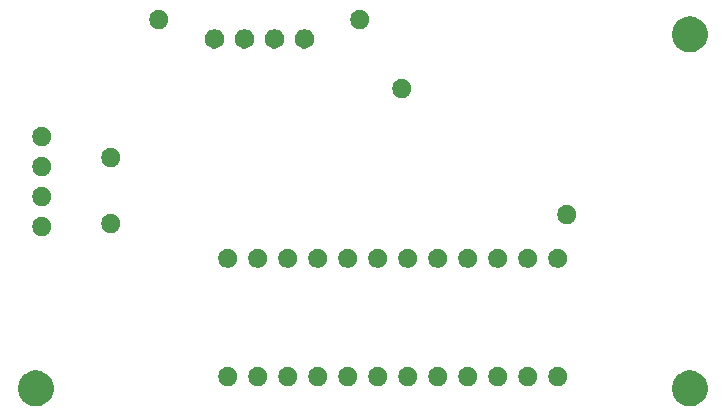
<source format=gbr>
G04 #@! TF.GenerationSoftware,KiCad,Pcbnew,(5.1.4)-1*
G04 #@! TF.CreationDate,2019-10-15T19:11:32-05:00*
G04 #@! TF.ProjectId,CCDBoard_Hardware,43434442-6f61-4726-945f-486172647761,rev?*
G04 #@! TF.SameCoordinates,Original*
G04 #@! TF.FileFunction,Soldermask,Bot*
G04 #@! TF.FilePolarity,Negative*
%FSLAX46Y46*%
G04 Gerber Fmt 4.6, Leading zero omitted, Abs format (unit mm)*
G04 Created by KiCad (PCBNEW (5.1.4)-1) date 2019-10-15 19:11:32*
%MOMM*%
%LPD*%
G04 APERTURE LIST*
%ADD10C,0.100000*%
G04 APERTURE END LIST*
D10*
G36*
X161333357Y-108741087D02*
G01*
X161480593Y-108770374D01*
X161757979Y-108885271D01*
X161904026Y-108982857D01*
X162007620Y-109052076D01*
X162219924Y-109264380D01*
X162275273Y-109347216D01*
X162386729Y-109514021D01*
X162501626Y-109791407D01*
X162560200Y-110085879D01*
X162560200Y-110386121D01*
X162501626Y-110680593D01*
X162386729Y-110957979D01*
X162219923Y-111207621D01*
X162007621Y-111419923D01*
X161757979Y-111586729D01*
X161480593Y-111701626D01*
X161333357Y-111730913D01*
X161186122Y-111760200D01*
X160885878Y-111760200D01*
X160738643Y-111730913D01*
X160591407Y-111701626D01*
X160314021Y-111586729D01*
X160064379Y-111419923D01*
X159852077Y-111207621D01*
X159685271Y-110957979D01*
X159570374Y-110680593D01*
X159511800Y-110386121D01*
X159511800Y-110085879D01*
X159570374Y-109791407D01*
X159685271Y-109514021D01*
X159796727Y-109347216D01*
X159852076Y-109264380D01*
X160064380Y-109052076D01*
X160167974Y-108982857D01*
X160314021Y-108885271D01*
X160591407Y-108770374D01*
X160738643Y-108741087D01*
X160885878Y-108711800D01*
X161186122Y-108711800D01*
X161333357Y-108741087D01*
X161333357Y-108741087D01*
G37*
G36*
X105961357Y-108741087D02*
G01*
X106108593Y-108770374D01*
X106385979Y-108885271D01*
X106532026Y-108982857D01*
X106635620Y-109052076D01*
X106847924Y-109264380D01*
X106903273Y-109347216D01*
X107014729Y-109514021D01*
X107129626Y-109791407D01*
X107188200Y-110085879D01*
X107188200Y-110386121D01*
X107129626Y-110680593D01*
X107014729Y-110957979D01*
X106847923Y-111207621D01*
X106635621Y-111419923D01*
X106385979Y-111586729D01*
X106108593Y-111701626D01*
X105961357Y-111730913D01*
X105814122Y-111760200D01*
X105513878Y-111760200D01*
X105366643Y-111730913D01*
X105219407Y-111701626D01*
X104942021Y-111586729D01*
X104692379Y-111419923D01*
X104480077Y-111207621D01*
X104313271Y-110957979D01*
X104198374Y-110680593D01*
X104139800Y-110386121D01*
X104139800Y-110085879D01*
X104198374Y-109791407D01*
X104313271Y-109514021D01*
X104424727Y-109347216D01*
X104480076Y-109264380D01*
X104692380Y-109052076D01*
X104795974Y-108982857D01*
X104942021Y-108885271D01*
X105219407Y-108770374D01*
X105366643Y-108741087D01*
X105513878Y-108711800D01*
X105814122Y-108711800D01*
X105961357Y-108741087D01*
X105961357Y-108741087D01*
G37*
G36*
X139937142Y-108438242D02*
G01*
X140085101Y-108499529D01*
X140218255Y-108588499D01*
X140331501Y-108701745D01*
X140420471Y-108834899D01*
X140481758Y-108982858D01*
X140513000Y-109139925D01*
X140513000Y-109300075D01*
X140481758Y-109457142D01*
X140420471Y-109605101D01*
X140331501Y-109738255D01*
X140218255Y-109851501D01*
X140085101Y-109940471D01*
X139937142Y-110001758D01*
X139780075Y-110033000D01*
X139619925Y-110033000D01*
X139462858Y-110001758D01*
X139314899Y-109940471D01*
X139181745Y-109851501D01*
X139068499Y-109738255D01*
X138979529Y-109605101D01*
X138918242Y-109457142D01*
X138887000Y-109300075D01*
X138887000Y-109139925D01*
X138918242Y-108982858D01*
X138979529Y-108834899D01*
X139068499Y-108701745D01*
X139181745Y-108588499D01*
X139314899Y-108499529D01*
X139462858Y-108438242D01*
X139619925Y-108407000D01*
X139780075Y-108407000D01*
X139937142Y-108438242D01*
X139937142Y-108438242D01*
G37*
G36*
X137397142Y-108438242D02*
G01*
X137545101Y-108499529D01*
X137678255Y-108588499D01*
X137791501Y-108701745D01*
X137880471Y-108834899D01*
X137941758Y-108982858D01*
X137973000Y-109139925D01*
X137973000Y-109300075D01*
X137941758Y-109457142D01*
X137880471Y-109605101D01*
X137791501Y-109738255D01*
X137678255Y-109851501D01*
X137545101Y-109940471D01*
X137397142Y-110001758D01*
X137240075Y-110033000D01*
X137079925Y-110033000D01*
X136922858Y-110001758D01*
X136774899Y-109940471D01*
X136641745Y-109851501D01*
X136528499Y-109738255D01*
X136439529Y-109605101D01*
X136378242Y-109457142D01*
X136347000Y-109300075D01*
X136347000Y-109139925D01*
X136378242Y-108982858D01*
X136439529Y-108834899D01*
X136528499Y-108701745D01*
X136641745Y-108588499D01*
X136774899Y-108499529D01*
X136922858Y-108438242D01*
X137079925Y-108407000D01*
X137240075Y-108407000D01*
X137397142Y-108438242D01*
X137397142Y-108438242D01*
G37*
G36*
X150097142Y-108438242D02*
G01*
X150245101Y-108499529D01*
X150378255Y-108588499D01*
X150491501Y-108701745D01*
X150580471Y-108834899D01*
X150641758Y-108982858D01*
X150673000Y-109139925D01*
X150673000Y-109300075D01*
X150641758Y-109457142D01*
X150580471Y-109605101D01*
X150491501Y-109738255D01*
X150378255Y-109851501D01*
X150245101Y-109940471D01*
X150097142Y-110001758D01*
X149940075Y-110033000D01*
X149779925Y-110033000D01*
X149622858Y-110001758D01*
X149474899Y-109940471D01*
X149341745Y-109851501D01*
X149228499Y-109738255D01*
X149139529Y-109605101D01*
X149078242Y-109457142D01*
X149047000Y-109300075D01*
X149047000Y-109139925D01*
X149078242Y-108982858D01*
X149139529Y-108834899D01*
X149228499Y-108701745D01*
X149341745Y-108588499D01*
X149474899Y-108499529D01*
X149622858Y-108438242D01*
X149779925Y-108407000D01*
X149940075Y-108407000D01*
X150097142Y-108438242D01*
X150097142Y-108438242D01*
G37*
G36*
X147557142Y-108438242D02*
G01*
X147705101Y-108499529D01*
X147838255Y-108588499D01*
X147951501Y-108701745D01*
X148040471Y-108834899D01*
X148101758Y-108982858D01*
X148133000Y-109139925D01*
X148133000Y-109300075D01*
X148101758Y-109457142D01*
X148040471Y-109605101D01*
X147951501Y-109738255D01*
X147838255Y-109851501D01*
X147705101Y-109940471D01*
X147557142Y-110001758D01*
X147400075Y-110033000D01*
X147239925Y-110033000D01*
X147082858Y-110001758D01*
X146934899Y-109940471D01*
X146801745Y-109851501D01*
X146688499Y-109738255D01*
X146599529Y-109605101D01*
X146538242Y-109457142D01*
X146507000Y-109300075D01*
X146507000Y-109139925D01*
X146538242Y-108982858D01*
X146599529Y-108834899D01*
X146688499Y-108701745D01*
X146801745Y-108588499D01*
X146934899Y-108499529D01*
X147082858Y-108438242D01*
X147239925Y-108407000D01*
X147400075Y-108407000D01*
X147557142Y-108438242D01*
X147557142Y-108438242D01*
G37*
G36*
X142477142Y-108438242D02*
G01*
X142625101Y-108499529D01*
X142758255Y-108588499D01*
X142871501Y-108701745D01*
X142960471Y-108834899D01*
X143021758Y-108982858D01*
X143053000Y-109139925D01*
X143053000Y-109300075D01*
X143021758Y-109457142D01*
X142960471Y-109605101D01*
X142871501Y-109738255D01*
X142758255Y-109851501D01*
X142625101Y-109940471D01*
X142477142Y-110001758D01*
X142320075Y-110033000D01*
X142159925Y-110033000D01*
X142002858Y-110001758D01*
X141854899Y-109940471D01*
X141721745Y-109851501D01*
X141608499Y-109738255D01*
X141519529Y-109605101D01*
X141458242Y-109457142D01*
X141427000Y-109300075D01*
X141427000Y-109139925D01*
X141458242Y-108982858D01*
X141519529Y-108834899D01*
X141608499Y-108701745D01*
X141721745Y-108588499D01*
X141854899Y-108499529D01*
X142002858Y-108438242D01*
X142159925Y-108407000D01*
X142320075Y-108407000D01*
X142477142Y-108438242D01*
X142477142Y-108438242D01*
G37*
G36*
X122157142Y-108438242D02*
G01*
X122305101Y-108499529D01*
X122438255Y-108588499D01*
X122551501Y-108701745D01*
X122640471Y-108834899D01*
X122701758Y-108982858D01*
X122733000Y-109139925D01*
X122733000Y-109300075D01*
X122701758Y-109457142D01*
X122640471Y-109605101D01*
X122551501Y-109738255D01*
X122438255Y-109851501D01*
X122305101Y-109940471D01*
X122157142Y-110001758D01*
X122000075Y-110033000D01*
X121839925Y-110033000D01*
X121682858Y-110001758D01*
X121534899Y-109940471D01*
X121401745Y-109851501D01*
X121288499Y-109738255D01*
X121199529Y-109605101D01*
X121138242Y-109457142D01*
X121107000Y-109300075D01*
X121107000Y-109139925D01*
X121138242Y-108982858D01*
X121199529Y-108834899D01*
X121288499Y-108701745D01*
X121401745Y-108588499D01*
X121534899Y-108499529D01*
X121682858Y-108438242D01*
X121839925Y-108407000D01*
X122000075Y-108407000D01*
X122157142Y-108438242D01*
X122157142Y-108438242D01*
G37*
G36*
X124697142Y-108438242D02*
G01*
X124845101Y-108499529D01*
X124978255Y-108588499D01*
X125091501Y-108701745D01*
X125180471Y-108834899D01*
X125241758Y-108982858D01*
X125273000Y-109139925D01*
X125273000Y-109300075D01*
X125241758Y-109457142D01*
X125180471Y-109605101D01*
X125091501Y-109738255D01*
X124978255Y-109851501D01*
X124845101Y-109940471D01*
X124697142Y-110001758D01*
X124540075Y-110033000D01*
X124379925Y-110033000D01*
X124222858Y-110001758D01*
X124074899Y-109940471D01*
X123941745Y-109851501D01*
X123828499Y-109738255D01*
X123739529Y-109605101D01*
X123678242Y-109457142D01*
X123647000Y-109300075D01*
X123647000Y-109139925D01*
X123678242Y-108982858D01*
X123739529Y-108834899D01*
X123828499Y-108701745D01*
X123941745Y-108588499D01*
X124074899Y-108499529D01*
X124222858Y-108438242D01*
X124379925Y-108407000D01*
X124540075Y-108407000D01*
X124697142Y-108438242D01*
X124697142Y-108438242D01*
G37*
G36*
X127237142Y-108438242D02*
G01*
X127385101Y-108499529D01*
X127518255Y-108588499D01*
X127631501Y-108701745D01*
X127720471Y-108834899D01*
X127781758Y-108982858D01*
X127813000Y-109139925D01*
X127813000Y-109300075D01*
X127781758Y-109457142D01*
X127720471Y-109605101D01*
X127631501Y-109738255D01*
X127518255Y-109851501D01*
X127385101Y-109940471D01*
X127237142Y-110001758D01*
X127080075Y-110033000D01*
X126919925Y-110033000D01*
X126762858Y-110001758D01*
X126614899Y-109940471D01*
X126481745Y-109851501D01*
X126368499Y-109738255D01*
X126279529Y-109605101D01*
X126218242Y-109457142D01*
X126187000Y-109300075D01*
X126187000Y-109139925D01*
X126218242Y-108982858D01*
X126279529Y-108834899D01*
X126368499Y-108701745D01*
X126481745Y-108588499D01*
X126614899Y-108499529D01*
X126762858Y-108438242D01*
X126919925Y-108407000D01*
X127080075Y-108407000D01*
X127237142Y-108438242D01*
X127237142Y-108438242D01*
G37*
G36*
X129777142Y-108438242D02*
G01*
X129925101Y-108499529D01*
X130058255Y-108588499D01*
X130171501Y-108701745D01*
X130260471Y-108834899D01*
X130321758Y-108982858D01*
X130353000Y-109139925D01*
X130353000Y-109300075D01*
X130321758Y-109457142D01*
X130260471Y-109605101D01*
X130171501Y-109738255D01*
X130058255Y-109851501D01*
X129925101Y-109940471D01*
X129777142Y-110001758D01*
X129620075Y-110033000D01*
X129459925Y-110033000D01*
X129302858Y-110001758D01*
X129154899Y-109940471D01*
X129021745Y-109851501D01*
X128908499Y-109738255D01*
X128819529Y-109605101D01*
X128758242Y-109457142D01*
X128727000Y-109300075D01*
X128727000Y-109139925D01*
X128758242Y-108982858D01*
X128819529Y-108834899D01*
X128908499Y-108701745D01*
X129021745Y-108588499D01*
X129154899Y-108499529D01*
X129302858Y-108438242D01*
X129459925Y-108407000D01*
X129620075Y-108407000D01*
X129777142Y-108438242D01*
X129777142Y-108438242D01*
G37*
G36*
X132317142Y-108438242D02*
G01*
X132465101Y-108499529D01*
X132598255Y-108588499D01*
X132711501Y-108701745D01*
X132800471Y-108834899D01*
X132861758Y-108982858D01*
X132893000Y-109139925D01*
X132893000Y-109300075D01*
X132861758Y-109457142D01*
X132800471Y-109605101D01*
X132711501Y-109738255D01*
X132598255Y-109851501D01*
X132465101Y-109940471D01*
X132317142Y-110001758D01*
X132160075Y-110033000D01*
X131999925Y-110033000D01*
X131842858Y-110001758D01*
X131694899Y-109940471D01*
X131561745Y-109851501D01*
X131448499Y-109738255D01*
X131359529Y-109605101D01*
X131298242Y-109457142D01*
X131267000Y-109300075D01*
X131267000Y-109139925D01*
X131298242Y-108982858D01*
X131359529Y-108834899D01*
X131448499Y-108701745D01*
X131561745Y-108588499D01*
X131694899Y-108499529D01*
X131842858Y-108438242D01*
X131999925Y-108407000D01*
X132160075Y-108407000D01*
X132317142Y-108438242D01*
X132317142Y-108438242D01*
G37*
G36*
X134857142Y-108438242D02*
G01*
X135005101Y-108499529D01*
X135138255Y-108588499D01*
X135251501Y-108701745D01*
X135340471Y-108834899D01*
X135401758Y-108982858D01*
X135433000Y-109139925D01*
X135433000Y-109300075D01*
X135401758Y-109457142D01*
X135340471Y-109605101D01*
X135251501Y-109738255D01*
X135138255Y-109851501D01*
X135005101Y-109940471D01*
X134857142Y-110001758D01*
X134700075Y-110033000D01*
X134539925Y-110033000D01*
X134382858Y-110001758D01*
X134234899Y-109940471D01*
X134101745Y-109851501D01*
X133988499Y-109738255D01*
X133899529Y-109605101D01*
X133838242Y-109457142D01*
X133807000Y-109300075D01*
X133807000Y-109139925D01*
X133838242Y-108982858D01*
X133899529Y-108834899D01*
X133988499Y-108701745D01*
X134101745Y-108588499D01*
X134234899Y-108499529D01*
X134382858Y-108438242D01*
X134539925Y-108407000D01*
X134700075Y-108407000D01*
X134857142Y-108438242D01*
X134857142Y-108438242D01*
G37*
G36*
X145017142Y-108438242D02*
G01*
X145165101Y-108499529D01*
X145298255Y-108588499D01*
X145411501Y-108701745D01*
X145500471Y-108834899D01*
X145561758Y-108982858D01*
X145593000Y-109139925D01*
X145593000Y-109300075D01*
X145561758Y-109457142D01*
X145500471Y-109605101D01*
X145411501Y-109738255D01*
X145298255Y-109851501D01*
X145165101Y-109940471D01*
X145017142Y-110001758D01*
X144860075Y-110033000D01*
X144699925Y-110033000D01*
X144542858Y-110001758D01*
X144394899Y-109940471D01*
X144261745Y-109851501D01*
X144148499Y-109738255D01*
X144059529Y-109605101D01*
X143998242Y-109457142D01*
X143967000Y-109300075D01*
X143967000Y-109139925D01*
X143998242Y-108982858D01*
X144059529Y-108834899D01*
X144148499Y-108701745D01*
X144261745Y-108588499D01*
X144394899Y-108499529D01*
X144542858Y-108438242D01*
X144699925Y-108407000D01*
X144860075Y-108407000D01*
X145017142Y-108438242D01*
X145017142Y-108438242D01*
G37*
G36*
X132317142Y-98428242D02*
G01*
X132465101Y-98489529D01*
X132598255Y-98578499D01*
X132711501Y-98691745D01*
X132800471Y-98824899D01*
X132861758Y-98972858D01*
X132893000Y-99129925D01*
X132893000Y-99290075D01*
X132861758Y-99447142D01*
X132800471Y-99595101D01*
X132711501Y-99728255D01*
X132598255Y-99841501D01*
X132465101Y-99930471D01*
X132317142Y-99991758D01*
X132160075Y-100023000D01*
X131999925Y-100023000D01*
X131842858Y-99991758D01*
X131694899Y-99930471D01*
X131561745Y-99841501D01*
X131448499Y-99728255D01*
X131359529Y-99595101D01*
X131298242Y-99447142D01*
X131267000Y-99290075D01*
X131267000Y-99129925D01*
X131298242Y-98972858D01*
X131359529Y-98824899D01*
X131448499Y-98691745D01*
X131561745Y-98578499D01*
X131694899Y-98489529D01*
X131842858Y-98428242D01*
X131999925Y-98397000D01*
X132160075Y-98397000D01*
X132317142Y-98428242D01*
X132317142Y-98428242D01*
G37*
G36*
X139937142Y-98428242D02*
G01*
X140085101Y-98489529D01*
X140218255Y-98578499D01*
X140331501Y-98691745D01*
X140420471Y-98824899D01*
X140481758Y-98972858D01*
X140513000Y-99129925D01*
X140513000Y-99290075D01*
X140481758Y-99447142D01*
X140420471Y-99595101D01*
X140331501Y-99728255D01*
X140218255Y-99841501D01*
X140085101Y-99930471D01*
X139937142Y-99991758D01*
X139780075Y-100023000D01*
X139619925Y-100023000D01*
X139462858Y-99991758D01*
X139314899Y-99930471D01*
X139181745Y-99841501D01*
X139068499Y-99728255D01*
X138979529Y-99595101D01*
X138918242Y-99447142D01*
X138887000Y-99290075D01*
X138887000Y-99129925D01*
X138918242Y-98972858D01*
X138979529Y-98824899D01*
X139068499Y-98691745D01*
X139181745Y-98578499D01*
X139314899Y-98489529D01*
X139462858Y-98428242D01*
X139619925Y-98397000D01*
X139780075Y-98397000D01*
X139937142Y-98428242D01*
X139937142Y-98428242D01*
G37*
G36*
X137397142Y-98428242D02*
G01*
X137545101Y-98489529D01*
X137678255Y-98578499D01*
X137791501Y-98691745D01*
X137880471Y-98824899D01*
X137941758Y-98972858D01*
X137973000Y-99129925D01*
X137973000Y-99290075D01*
X137941758Y-99447142D01*
X137880471Y-99595101D01*
X137791501Y-99728255D01*
X137678255Y-99841501D01*
X137545101Y-99930471D01*
X137397142Y-99991758D01*
X137240075Y-100023000D01*
X137079925Y-100023000D01*
X136922858Y-99991758D01*
X136774899Y-99930471D01*
X136641745Y-99841501D01*
X136528499Y-99728255D01*
X136439529Y-99595101D01*
X136378242Y-99447142D01*
X136347000Y-99290075D01*
X136347000Y-99129925D01*
X136378242Y-98972858D01*
X136439529Y-98824899D01*
X136528499Y-98691745D01*
X136641745Y-98578499D01*
X136774899Y-98489529D01*
X136922858Y-98428242D01*
X137079925Y-98397000D01*
X137240075Y-98397000D01*
X137397142Y-98428242D01*
X137397142Y-98428242D01*
G37*
G36*
X129777142Y-98428242D02*
G01*
X129925101Y-98489529D01*
X130058255Y-98578499D01*
X130171501Y-98691745D01*
X130260471Y-98824899D01*
X130321758Y-98972858D01*
X130353000Y-99129925D01*
X130353000Y-99290075D01*
X130321758Y-99447142D01*
X130260471Y-99595101D01*
X130171501Y-99728255D01*
X130058255Y-99841501D01*
X129925101Y-99930471D01*
X129777142Y-99991758D01*
X129620075Y-100023000D01*
X129459925Y-100023000D01*
X129302858Y-99991758D01*
X129154899Y-99930471D01*
X129021745Y-99841501D01*
X128908499Y-99728255D01*
X128819529Y-99595101D01*
X128758242Y-99447142D01*
X128727000Y-99290075D01*
X128727000Y-99129925D01*
X128758242Y-98972858D01*
X128819529Y-98824899D01*
X128908499Y-98691745D01*
X129021745Y-98578499D01*
X129154899Y-98489529D01*
X129302858Y-98428242D01*
X129459925Y-98397000D01*
X129620075Y-98397000D01*
X129777142Y-98428242D01*
X129777142Y-98428242D01*
G37*
G36*
X127237142Y-98428242D02*
G01*
X127385101Y-98489529D01*
X127518255Y-98578499D01*
X127631501Y-98691745D01*
X127720471Y-98824899D01*
X127781758Y-98972858D01*
X127813000Y-99129925D01*
X127813000Y-99290075D01*
X127781758Y-99447142D01*
X127720471Y-99595101D01*
X127631501Y-99728255D01*
X127518255Y-99841501D01*
X127385101Y-99930471D01*
X127237142Y-99991758D01*
X127080075Y-100023000D01*
X126919925Y-100023000D01*
X126762858Y-99991758D01*
X126614899Y-99930471D01*
X126481745Y-99841501D01*
X126368499Y-99728255D01*
X126279529Y-99595101D01*
X126218242Y-99447142D01*
X126187000Y-99290075D01*
X126187000Y-99129925D01*
X126218242Y-98972858D01*
X126279529Y-98824899D01*
X126368499Y-98691745D01*
X126481745Y-98578499D01*
X126614899Y-98489529D01*
X126762858Y-98428242D01*
X126919925Y-98397000D01*
X127080075Y-98397000D01*
X127237142Y-98428242D01*
X127237142Y-98428242D01*
G37*
G36*
X124697142Y-98428242D02*
G01*
X124845101Y-98489529D01*
X124978255Y-98578499D01*
X125091501Y-98691745D01*
X125180471Y-98824899D01*
X125241758Y-98972858D01*
X125273000Y-99129925D01*
X125273000Y-99290075D01*
X125241758Y-99447142D01*
X125180471Y-99595101D01*
X125091501Y-99728255D01*
X124978255Y-99841501D01*
X124845101Y-99930471D01*
X124697142Y-99991758D01*
X124540075Y-100023000D01*
X124379925Y-100023000D01*
X124222858Y-99991758D01*
X124074899Y-99930471D01*
X123941745Y-99841501D01*
X123828499Y-99728255D01*
X123739529Y-99595101D01*
X123678242Y-99447142D01*
X123647000Y-99290075D01*
X123647000Y-99129925D01*
X123678242Y-98972858D01*
X123739529Y-98824899D01*
X123828499Y-98691745D01*
X123941745Y-98578499D01*
X124074899Y-98489529D01*
X124222858Y-98428242D01*
X124379925Y-98397000D01*
X124540075Y-98397000D01*
X124697142Y-98428242D01*
X124697142Y-98428242D01*
G37*
G36*
X145017142Y-98428242D02*
G01*
X145165101Y-98489529D01*
X145298255Y-98578499D01*
X145411501Y-98691745D01*
X145500471Y-98824899D01*
X145561758Y-98972858D01*
X145593000Y-99129925D01*
X145593000Y-99290075D01*
X145561758Y-99447142D01*
X145500471Y-99595101D01*
X145411501Y-99728255D01*
X145298255Y-99841501D01*
X145165101Y-99930471D01*
X145017142Y-99991758D01*
X144860075Y-100023000D01*
X144699925Y-100023000D01*
X144542858Y-99991758D01*
X144394899Y-99930471D01*
X144261745Y-99841501D01*
X144148499Y-99728255D01*
X144059529Y-99595101D01*
X143998242Y-99447142D01*
X143967000Y-99290075D01*
X143967000Y-99129925D01*
X143998242Y-98972858D01*
X144059529Y-98824899D01*
X144148499Y-98691745D01*
X144261745Y-98578499D01*
X144394899Y-98489529D01*
X144542858Y-98428242D01*
X144699925Y-98397000D01*
X144860075Y-98397000D01*
X145017142Y-98428242D01*
X145017142Y-98428242D01*
G37*
G36*
X122157142Y-98428242D02*
G01*
X122305101Y-98489529D01*
X122438255Y-98578499D01*
X122551501Y-98691745D01*
X122640471Y-98824899D01*
X122701758Y-98972858D01*
X122733000Y-99129925D01*
X122733000Y-99290075D01*
X122701758Y-99447142D01*
X122640471Y-99595101D01*
X122551501Y-99728255D01*
X122438255Y-99841501D01*
X122305101Y-99930471D01*
X122157142Y-99991758D01*
X122000075Y-100023000D01*
X121839925Y-100023000D01*
X121682858Y-99991758D01*
X121534899Y-99930471D01*
X121401745Y-99841501D01*
X121288499Y-99728255D01*
X121199529Y-99595101D01*
X121138242Y-99447142D01*
X121107000Y-99290075D01*
X121107000Y-99129925D01*
X121138242Y-98972858D01*
X121199529Y-98824899D01*
X121288499Y-98691745D01*
X121401745Y-98578499D01*
X121534899Y-98489529D01*
X121682858Y-98428242D01*
X121839925Y-98397000D01*
X122000075Y-98397000D01*
X122157142Y-98428242D01*
X122157142Y-98428242D01*
G37*
G36*
X147557142Y-98428242D02*
G01*
X147705101Y-98489529D01*
X147838255Y-98578499D01*
X147951501Y-98691745D01*
X148040471Y-98824899D01*
X148101758Y-98972858D01*
X148133000Y-99129925D01*
X148133000Y-99290075D01*
X148101758Y-99447142D01*
X148040471Y-99595101D01*
X147951501Y-99728255D01*
X147838255Y-99841501D01*
X147705101Y-99930471D01*
X147557142Y-99991758D01*
X147400075Y-100023000D01*
X147239925Y-100023000D01*
X147082858Y-99991758D01*
X146934899Y-99930471D01*
X146801745Y-99841501D01*
X146688499Y-99728255D01*
X146599529Y-99595101D01*
X146538242Y-99447142D01*
X146507000Y-99290075D01*
X146507000Y-99129925D01*
X146538242Y-98972858D01*
X146599529Y-98824899D01*
X146688499Y-98691745D01*
X146801745Y-98578499D01*
X146934899Y-98489529D01*
X147082858Y-98428242D01*
X147239925Y-98397000D01*
X147400075Y-98397000D01*
X147557142Y-98428242D01*
X147557142Y-98428242D01*
G37*
G36*
X150097142Y-98428242D02*
G01*
X150245101Y-98489529D01*
X150378255Y-98578499D01*
X150491501Y-98691745D01*
X150580471Y-98824899D01*
X150641758Y-98972858D01*
X150673000Y-99129925D01*
X150673000Y-99290075D01*
X150641758Y-99447142D01*
X150580471Y-99595101D01*
X150491501Y-99728255D01*
X150378255Y-99841501D01*
X150245101Y-99930471D01*
X150097142Y-99991758D01*
X149940075Y-100023000D01*
X149779925Y-100023000D01*
X149622858Y-99991758D01*
X149474899Y-99930471D01*
X149341745Y-99841501D01*
X149228499Y-99728255D01*
X149139529Y-99595101D01*
X149078242Y-99447142D01*
X149047000Y-99290075D01*
X149047000Y-99129925D01*
X149078242Y-98972858D01*
X149139529Y-98824899D01*
X149228499Y-98691745D01*
X149341745Y-98578499D01*
X149474899Y-98489529D01*
X149622858Y-98428242D01*
X149779925Y-98397000D01*
X149940075Y-98397000D01*
X150097142Y-98428242D01*
X150097142Y-98428242D01*
G37*
G36*
X134857142Y-98428242D02*
G01*
X135005101Y-98489529D01*
X135138255Y-98578499D01*
X135251501Y-98691745D01*
X135340471Y-98824899D01*
X135401758Y-98972858D01*
X135433000Y-99129925D01*
X135433000Y-99290075D01*
X135401758Y-99447142D01*
X135340471Y-99595101D01*
X135251501Y-99728255D01*
X135138255Y-99841501D01*
X135005101Y-99930471D01*
X134857142Y-99991758D01*
X134700075Y-100023000D01*
X134539925Y-100023000D01*
X134382858Y-99991758D01*
X134234899Y-99930471D01*
X134101745Y-99841501D01*
X133988499Y-99728255D01*
X133899529Y-99595101D01*
X133838242Y-99447142D01*
X133807000Y-99290075D01*
X133807000Y-99129925D01*
X133838242Y-98972858D01*
X133899529Y-98824899D01*
X133988499Y-98691745D01*
X134101745Y-98578499D01*
X134234899Y-98489529D01*
X134382858Y-98428242D01*
X134539925Y-98397000D01*
X134700075Y-98397000D01*
X134857142Y-98428242D01*
X134857142Y-98428242D01*
G37*
G36*
X142477142Y-98428242D02*
G01*
X142625101Y-98489529D01*
X142758255Y-98578499D01*
X142871501Y-98691745D01*
X142960471Y-98824899D01*
X143021758Y-98972858D01*
X143053000Y-99129925D01*
X143053000Y-99290075D01*
X143021758Y-99447142D01*
X142960471Y-99595101D01*
X142871501Y-99728255D01*
X142758255Y-99841501D01*
X142625101Y-99930471D01*
X142477142Y-99991758D01*
X142320075Y-100023000D01*
X142159925Y-100023000D01*
X142002858Y-99991758D01*
X141854899Y-99930471D01*
X141721745Y-99841501D01*
X141608499Y-99728255D01*
X141519529Y-99595101D01*
X141458242Y-99447142D01*
X141427000Y-99290075D01*
X141427000Y-99129925D01*
X141458242Y-98972858D01*
X141519529Y-98824899D01*
X141608499Y-98691745D01*
X141721745Y-98578499D01*
X141854899Y-98489529D01*
X142002858Y-98428242D01*
X142159925Y-98397000D01*
X142320075Y-98397000D01*
X142477142Y-98428242D01*
X142477142Y-98428242D01*
G37*
G36*
X106409142Y-95738242D02*
G01*
X106557101Y-95799529D01*
X106690255Y-95888499D01*
X106803501Y-96001745D01*
X106892471Y-96134899D01*
X106953758Y-96282858D01*
X106985000Y-96439925D01*
X106985000Y-96600075D01*
X106953758Y-96757142D01*
X106892471Y-96905101D01*
X106803501Y-97038255D01*
X106690255Y-97151501D01*
X106557101Y-97240471D01*
X106409142Y-97301758D01*
X106252075Y-97333000D01*
X106091925Y-97333000D01*
X105934858Y-97301758D01*
X105786899Y-97240471D01*
X105653745Y-97151501D01*
X105540499Y-97038255D01*
X105451529Y-96905101D01*
X105390242Y-96757142D01*
X105359000Y-96600075D01*
X105359000Y-96439925D01*
X105390242Y-96282858D01*
X105451529Y-96134899D01*
X105540499Y-96001745D01*
X105653745Y-95888499D01*
X105786899Y-95799529D01*
X105934858Y-95738242D01*
X106091925Y-95707000D01*
X106252075Y-95707000D01*
X106409142Y-95738242D01*
X106409142Y-95738242D01*
G37*
G36*
X112251142Y-95484242D02*
G01*
X112399101Y-95545529D01*
X112532255Y-95634499D01*
X112645501Y-95747745D01*
X112734471Y-95880899D01*
X112795758Y-96028858D01*
X112827000Y-96185925D01*
X112827000Y-96346075D01*
X112795758Y-96503142D01*
X112734471Y-96651101D01*
X112645501Y-96784255D01*
X112532255Y-96897501D01*
X112399101Y-96986471D01*
X112251142Y-97047758D01*
X112094075Y-97079000D01*
X111933925Y-97079000D01*
X111776858Y-97047758D01*
X111628899Y-96986471D01*
X111495745Y-96897501D01*
X111382499Y-96784255D01*
X111293529Y-96651101D01*
X111232242Y-96503142D01*
X111201000Y-96346075D01*
X111201000Y-96185925D01*
X111232242Y-96028858D01*
X111293529Y-95880899D01*
X111382499Y-95747745D01*
X111495745Y-95634499D01*
X111628899Y-95545529D01*
X111776858Y-95484242D01*
X111933925Y-95453000D01*
X112094075Y-95453000D01*
X112251142Y-95484242D01*
X112251142Y-95484242D01*
G37*
G36*
X150859142Y-94722242D02*
G01*
X151007101Y-94783529D01*
X151140255Y-94872499D01*
X151253501Y-94985745D01*
X151342471Y-95118899D01*
X151403758Y-95266858D01*
X151435000Y-95423925D01*
X151435000Y-95584075D01*
X151403758Y-95741142D01*
X151342471Y-95889101D01*
X151253501Y-96022255D01*
X151140255Y-96135501D01*
X151007101Y-96224471D01*
X150859142Y-96285758D01*
X150702075Y-96317000D01*
X150541925Y-96317000D01*
X150384858Y-96285758D01*
X150236899Y-96224471D01*
X150103745Y-96135501D01*
X149990499Y-96022255D01*
X149901529Y-95889101D01*
X149840242Y-95741142D01*
X149809000Y-95584075D01*
X149809000Y-95423925D01*
X149840242Y-95266858D01*
X149901529Y-95118899D01*
X149990499Y-94985745D01*
X150103745Y-94872499D01*
X150236899Y-94783529D01*
X150384858Y-94722242D01*
X150541925Y-94691000D01*
X150702075Y-94691000D01*
X150859142Y-94722242D01*
X150859142Y-94722242D01*
G37*
G36*
X106409142Y-93198242D02*
G01*
X106557101Y-93259529D01*
X106690255Y-93348499D01*
X106803501Y-93461745D01*
X106892471Y-93594899D01*
X106953758Y-93742858D01*
X106985000Y-93899925D01*
X106985000Y-94060075D01*
X106953758Y-94217142D01*
X106892471Y-94365101D01*
X106803501Y-94498255D01*
X106690255Y-94611501D01*
X106557101Y-94700471D01*
X106409142Y-94761758D01*
X106252075Y-94793000D01*
X106091925Y-94793000D01*
X105934858Y-94761758D01*
X105786899Y-94700471D01*
X105653745Y-94611501D01*
X105540499Y-94498255D01*
X105451529Y-94365101D01*
X105390242Y-94217142D01*
X105359000Y-94060075D01*
X105359000Y-93899925D01*
X105390242Y-93742858D01*
X105451529Y-93594899D01*
X105540499Y-93461745D01*
X105653745Y-93348499D01*
X105786899Y-93259529D01*
X105934858Y-93198242D01*
X106091925Y-93167000D01*
X106252075Y-93167000D01*
X106409142Y-93198242D01*
X106409142Y-93198242D01*
G37*
G36*
X106409142Y-90658242D02*
G01*
X106557101Y-90719529D01*
X106690255Y-90808499D01*
X106803501Y-90921745D01*
X106892471Y-91054899D01*
X106953758Y-91202858D01*
X106985000Y-91359925D01*
X106985000Y-91520075D01*
X106953758Y-91677142D01*
X106892471Y-91825101D01*
X106803501Y-91958255D01*
X106690255Y-92071501D01*
X106557101Y-92160471D01*
X106409142Y-92221758D01*
X106252075Y-92253000D01*
X106091925Y-92253000D01*
X105934858Y-92221758D01*
X105786899Y-92160471D01*
X105653745Y-92071501D01*
X105540499Y-91958255D01*
X105451529Y-91825101D01*
X105390242Y-91677142D01*
X105359000Y-91520075D01*
X105359000Y-91359925D01*
X105390242Y-91202858D01*
X105451529Y-91054899D01*
X105540499Y-90921745D01*
X105653745Y-90808499D01*
X105786899Y-90719529D01*
X105934858Y-90658242D01*
X106091925Y-90627000D01*
X106252075Y-90627000D01*
X106409142Y-90658242D01*
X106409142Y-90658242D01*
G37*
G36*
X112251142Y-89896242D02*
G01*
X112399101Y-89957529D01*
X112532255Y-90046499D01*
X112645501Y-90159745D01*
X112734471Y-90292899D01*
X112795758Y-90440858D01*
X112827000Y-90597925D01*
X112827000Y-90758075D01*
X112795758Y-90915142D01*
X112734471Y-91063101D01*
X112645501Y-91196255D01*
X112532255Y-91309501D01*
X112399101Y-91398471D01*
X112251142Y-91459758D01*
X112094075Y-91491000D01*
X111933925Y-91491000D01*
X111776858Y-91459758D01*
X111628899Y-91398471D01*
X111495745Y-91309501D01*
X111382499Y-91196255D01*
X111293529Y-91063101D01*
X111232242Y-90915142D01*
X111201000Y-90758075D01*
X111201000Y-90597925D01*
X111232242Y-90440858D01*
X111293529Y-90292899D01*
X111382499Y-90159745D01*
X111495745Y-90046499D01*
X111628899Y-89957529D01*
X111776858Y-89896242D01*
X111933925Y-89865000D01*
X112094075Y-89865000D01*
X112251142Y-89896242D01*
X112251142Y-89896242D01*
G37*
G36*
X106409142Y-88118242D02*
G01*
X106557101Y-88179529D01*
X106690255Y-88268499D01*
X106803501Y-88381745D01*
X106892471Y-88514899D01*
X106953758Y-88662858D01*
X106985000Y-88819925D01*
X106985000Y-88980075D01*
X106953758Y-89137142D01*
X106892471Y-89285101D01*
X106803501Y-89418255D01*
X106690255Y-89531501D01*
X106557101Y-89620471D01*
X106409142Y-89681758D01*
X106252075Y-89713000D01*
X106091925Y-89713000D01*
X105934858Y-89681758D01*
X105786899Y-89620471D01*
X105653745Y-89531501D01*
X105540499Y-89418255D01*
X105451529Y-89285101D01*
X105390242Y-89137142D01*
X105359000Y-88980075D01*
X105359000Y-88819925D01*
X105390242Y-88662858D01*
X105451529Y-88514899D01*
X105540499Y-88381745D01*
X105653745Y-88268499D01*
X105786899Y-88179529D01*
X105934858Y-88118242D01*
X106091925Y-88087000D01*
X106252075Y-88087000D01*
X106409142Y-88118242D01*
X106409142Y-88118242D01*
G37*
G36*
X136889142Y-84054242D02*
G01*
X137037101Y-84115529D01*
X137170255Y-84204499D01*
X137283501Y-84317745D01*
X137372471Y-84450899D01*
X137433758Y-84598858D01*
X137465000Y-84755925D01*
X137465000Y-84916075D01*
X137433758Y-85073142D01*
X137372471Y-85221101D01*
X137283501Y-85354255D01*
X137170255Y-85467501D01*
X137037101Y-85556471D01*
X136889142Y-85617758D01*
X136732075Y-85649000D01*
X136571925Y-85649000D01*
X136414858Y-85617758D01*
X136266899Y-85556471D01*
X136133745Y-85467501D01*
X136020499Y-85354255D01*
X135931529Y-85221101D01*
X135870242Y-85073142D01*
X135839000Y-84916075D01*
X135839000Y-84755925D01*
X135870242Y-84598858D01*
X135931529Y-84450899D01*
X136020499Y-84317745D01*
X136133745Y-84204499D01*
X136266899Y-84115529D01*
X136414858Y-84054242D01*
X136571925Y-84023000D01*
X136732075Y-84023000D01*
X136889142Y-84054242D01*
X136889142Y-84054242D01*
G37*
G36*
X161271873Y-78756857D02*
G01*
X161480593Y-78798374D01*
X161757979Y-78913271D01*
X161924784Y-79024727D01*
X161998639Y-79074075D01*
X162007621Y-79080077D01*
X162219923Y-79292379D01*
X162386729Y-79542021D01*
X162501626Y-79819407D01*
X162560200Y-80113879D01*
X162560200Y-80414121D01*
X162501626Y-80708593D01*
X162386729Y-80985979D01*
X162219923Y-81235621D01*
X162007621Y-81447923D01*
X161757979Y-81614729D01*
X161480593Y-81729626D01*
X161333357Y-81758913D01*
X161186122Y-81788200D01*
X160885878Y-81788200D01*
X160738643Y-81758913D01*
X160591407Y-81729626D01*
X160314021Y-81614729D01*
X160064379Y-81447923D01*
X159852077Y-81235621D01*
X159685271Y-80985979D01*
X159570374Y-80708593D01*
X159511800Y-80414121D01*
X159511800Y-80113879D01*
X159570374Y-79819407D01*
X159685271Y-79542021D01*
X159852077Y-79292379D01*
X160064379Y-79080077D01*
X160073362Y-79074075D01*
X160147216Y-79024727D01*
X160314021Y-78913271D01*
X160591407Y-78798374D01*
X160800127Y-78756857D01*
X160885878Y-78739800D01*
X161186122Y-78739800D01*
X161271873Y-78756857D01*
X161271873Y-78756857D01*
G37*
G36*
X128634142Y-79863242D02*
G01*
X128782101Y-79924529D01*
X128915255Y-80013499D01*
X129028501Y-80126745D01*
X129117471Y-80259899D01*
X129178758Y-80407858D01*
X129210000Y-80564925D01*
X129210000Y-80725075D01*
X129178758Y-80882142D01*
X129117471Y-81030101D01*
X129028501Y-81163255D01*
X128915255Y-81276501D01*
X128782101Y-81365471D01*
X128634142Y-81426758D01*
X128477075Y-81458000D01*
X128316925Y-81458000D01*
X128159858Y-81426758D01*
X128011899Y-81365471D01*
X127878745Y-81276501D01*
X127765499Y-81163255D01*
X127676529Y-81030101D01*
X127615242Y-80882142D01*
X127584000Y-80725075D01*
X127584000Y-80564925D01*
X127615242Y-80407858D01*
X127676529Y-80259899D01*
X127765499Y-80126745D01*
X127878745Y-80013499D01*
X128011899Y-79924529D01*
X128159858Y-79863242D01*
X128316925Y-79832000D01*
X128477075Y-79832000D01*
X128634142Y-79863242D01*
X128634142Y-79863242D01*
G37*
G36*
X126094142Y-79863242D02*
G01*
X126242101Y-79924529D01*
X126375255Y-80013499D01*
X126488501Y-80126745D01*
X126577471Y-80259899D01*
X126638758Y-80407858D01*
X126670000Y-80564925D01*
X126670000Y-80725075D01*
X126638758Y-80882142D01*
X126577471Y-81030101D01*
X126488501Y-81163255D01*
X126375255Y-81276501D01*
X126242101Y-81365471D01*
X126094142Y-81426758D01*
X125937075Y-81458000D01*
X125776925Y-81458000D01*
X125619858Y-81426758D01*
X125471899Y-81365471D01*
X125338745Y-81276501D01*
X125225499Y-81163255D01*
X125136529Y-81030101D01*
X125075242Y-80882142D01*
X125044000Y-80725075D01*
X125044000Y-80564925D01*
X125075242Y-80407858D01*
X125136529Y-80259899D01*
X125225499Y-80126745D01*
X125338745Y-80013499D01*
X125471899Y-79924529D01*
X125619858Y-79863242D01*
X125776925Y-79832000D01*
X125937075Y-79832000D01*
X126094142Y-79863242D01*
X126094142Y-79863242D01*
G37*
G36*
X123554142Y-79863242D02*
G01*
X123702101Y-79924529D01*
X123835255Y-80013499D01*
X123948501Y-80126745D01*
X124037471Y-80259899D01*
X124098758Y-80407858D01*
X124130000Y-80564925D01*
X124130000Y-80725075D01*
X124098758Y-80882142D01*
X124037471Y-81030101D01*
X123948501Y-81163255D01*
X123835255Y-81276501D01*
X123702101Y-81365471D01*
X123554142Y-81426758D01*
X123397075Y-81458000D01*
X123236925Y-81458000D01*
X123079858Y-81426758D01*
X122931899Y-81365471D01*
X122798745Y-81276501D01*
X122685499Y-81163255D01*
X122596529Y-81030101D01*
X122535242Y-80882142D01*
X122504000Y-80725075D01*
X122504000Y-80564925D01*
X122535242Y-80407858D01*
X122596529Y-80259899D01*
X122685499Y-80126745D01*
X122798745Y-80013499D01*
X122931899Y-79924529D01*
X123079858Y-79863242D01*
X123236925Y-79832000D01*
X123397075Y-79832000D01*
X123554142Y-79863242D01*
X123554142Y-79863242D01*
G37*
G36*
X121014142Y-79863242D02*
G01*
X121162101Y-79924529D01*
X121295255Y-80013499D01*
X121408501Y-80126745D01*
X121497471Y-80259899D01*
X121558758Y-80407858D01*
X121590000Y-80564925D01*
X121590000Y-80725075D01*
X121558758Y-80882142D01*
X121497471Y-81030101D01*
X121408501Y-81163255D01*
X121295255Y-81276501D01*
X121162101Y-81365471D01*
X121014142Y-81426758D01*
X120857075Y-81458000D01*
X120696925Y-81458000D01*
X120539858Y-81426758D01*
X120391899Y-81365471D01*
X120258745Y-81276501D01*
X120145499Y-81163255D01*
X120056529Y-81030101D01*
X119995242Y-80882142D01*
X119964000Y-80725075D01*
X119964000Y-80564925D01*
X119995242Y-80407858D01*
X120056529Y-80259899D01*
X120145499Y-80126745D01*
X120258745Y-80013499D01*
X120391899Y-79924529D01*
X120539858Y-79863242D01*
X120696925Y-79832000D01*
X120857075Y-79832000D01*
X121014142Y-79863242D01*
X121014142Y-79863242D01*
G37*
G36*
X116315142Y-78212242D02*
G01*
X116463101Y-78273529D01*
X116596255Y-78362499D01*
X116709501Y-78475745D01*
X116798471Y-78608899D01*
X116859758Y-78756858D01*
X116891000Y-78913925D01*
X116891000Y-79074075D01*
X116859758Y-79231142D01*
X116798471Y-79379101D01*
X116709501Y-79512255D01*
X116596255Y-79625501D01*
X116463101Y-79714471D01*
X116315142Y-79775758D01*
X116158075Y-79807000D01*
X115997925Y-79807000D01*
X115840858Y-79775758D01*
X115692899Y-79714471D01*
X115559745Y-79625501D01*
X115446499Y-79512255D01*
X115357529Y-79379101D01*
X115296242Y-79231142D01*
X115265000Y-79074075D01*
X115265000Y-78913925D01*
X115296242Y-78756858D01*
X115357529Y-78608899D01*
X115446499Y-78475745D01*
X115559745Y-78362499D01*
X115692899Y-78273529D01*
X115840858Y-78212242D01*
X115997925Y-78181000D01*
X116158075Y-78181000D01*
X116315142Y-78212242D01*
X116315142Y-78212242D01*
G37*
G36*
X133333142Y-78212242D02*
G01*
X133481101Y-78273529D01*
X133614255Y-78362499D01*
X133727501Y-78475745D01*
X133816471Y-78608899D01*
X133877758Y-78756858D01*
X133909000Y-78913925D01*
X133909000Y-79074075D01*
X133877758Y-79231142D01*
X133816471Y-79379101D01*
X133727501Y-79512255D01*
X133614255Y-79625501D01*
X133481101Y-79714471D01*
X133333142Y-79775758D01*
X133176075Y-79807000D01*
X133015925Y-79807000D01*
X132858858Y-79775758D01*
X132710899Y-79714471D01*
X132577745Y-79625501D01*
X132464499Y-79512255D01*
X132375529Y-79379101D01*
X132314242Y-79231142D01*
X132283000Y-79074075D01*
X132283000Y-78913925D01*
X132314242Y-78756858D01*
X132375529Y-78608899D01*
X132464499Y-78475745D01*
X132577745Y-78362499D01*
X132710899Y-78273529D01*
X132858858Y-78212242D01*
X133015925Y-78181000D01*
X133176075Y-78181000D01*
X133333142Y-78212242D01*
X133333142Y-78212242D01*
G37*
M02*

</source>
